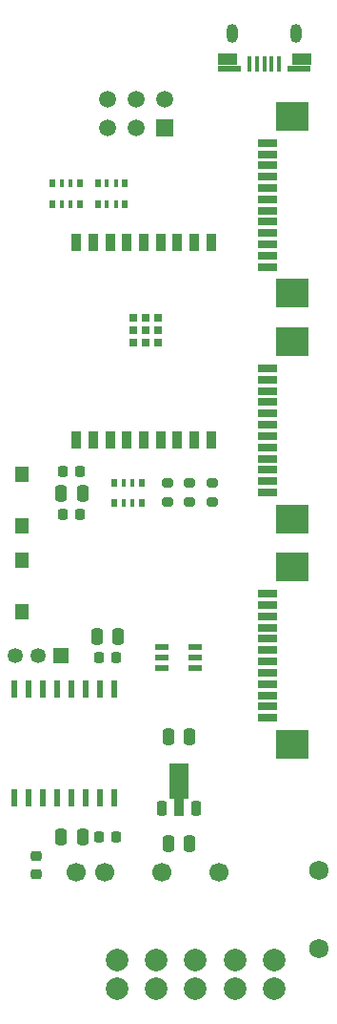
<source format=gbr>
%TF.GenerationSoftware,KiCad,Pcbnew,9.0.2*%
%TF.CreationDate,2025-05-29T14:15:01+03:00*%
%TF.ProjectId,PM-MCU_ESP32-C3,504d2d4d-4355-45f4-9553-5033322d4333,rev?*%
%TF.SameCoordinates,Original*%
%TF.FileFunction,Soldermask,Top*%
%TF.FilePolarity,Negative*%
%FSLAX46Y46*%
G04 Gerber Fmt 4.6, Leading zero omitted, Abs format (unit mm)*
G04 Created by KiCad (PCBNEW 9.0.2) date 2025-05-29 14:15:01*
%MOMM*%
%LPD*%
G01*
G04 APERTURE LIST*
G04 Aperture macros list*
%AMRoundRect*
0 Rectangle with rounded corners*
0 $1 Rounding radius*
0 $2 $3 $4 $5 $6 $7 $8 $9 X,Y pos of 4 corners*
0 Add a 4 corners polygon primitive as box body*
4,1,4,$2,$3,$4,$5,$6,$7,$8,$9,$2,$3,0*
0 Add four circle primitives for the rounded corners*
1,1,$1+$1,$2,$3*
1,1,$1+$1,$4,$5*
1,1,$1+$1,$6,$7*
1,1,$1+$1,$8,$9*
0 Add four rect primitives between the rounded corners*
20,1,$1+$1,$2,$3,$4,$5,0*
20,1,$1+$1,$4,$5,$6,$7,0*
20,1,$1+$1,$6,$7,$8,$9,0*
20,1,$1+$1,$8,$9,$2,$3,0*%
%AMFreePoly0*
4,1,9,3.862500,-0.866500,0.737500,-0.866500,0.737500,-0.450000,-0.737500,-0.450000,-0.737500,0.450000,0.737500,0.450000,0.737500,0.866500,3.862500,0.866500,3.862500,-0.866500,3.862500,-0.866500,$1*%
G04 Aperture macros list end*
%ADD10R,1.350000X1.350000*%
%ADD11C,1.350000*%
%ADD12R,0.711200X0.711200*%
%ADD13R,0.889000X1.498600*%
%ADD14R,0.500000X0.800000*%
%ADD15R,0.400000X0.800000*%
%ADD16RoundRect,0.200000X0.275000X-0.200000X0.275000X0.200000X-0.275000X0.200000X-0.275000X-0.200000X0*%
%ADD17R,1.803400X0.635000*%
%ADD18R,2.997200X2.590800*%
%ADD19R,1.244600X1.346200*%
%ADD20RoundRect,0.225000X0.225000X0.250000X-0.225000X0.250000X-0.225000X-0.250000X0.225000X-0.250000X0*%
%ADD21RoundRect,0.225000X0.225000X-0.425000X0.225000X0.425000X-0.225000X0.425000X-0.225000X-0.425000X0*%
%ADD22FreePoly0,90.000000*%
%ADD23R,0.406400X1.350000*%
%ADD24R,1.679095X1.075150*%
%ADD25R,2.108196X0.525058*%
%ADD26O,1.000000X1.700000*%
%ADD27RoundRect,0.250000X0.250000X0.475000X-0.250000X0.475000X-0.250000X-0.475000X0.250000X-0.475000X0*%
%ADD28R,0.482600X1.549400*%
%ADD29C,2.000000*%
%ADD30R,1.181100X0.558800*%
%ADD31RoundRect,0.225000X-0.225000X-0.250000X0.225000X-0.250000X0.225000X0.250000X-0.225000X0.250000X0*%
%ADD32C,1.725000*%
%ADD33C,1.700000*%
%ADD34RoundRect,0.225000X0.250000X-0.225000X0.250000X0.225000X-0.250000X0.225000X-0.250000X-0.225000X0*%
%ADD35R,1.500000X1.500000*%
%ADD36C,1.500000*%
G04 APERTURE END LIST*
D10*
%TO.C,J7*%
X6000000Y-10000000D03*
D11*
X4000000Y-10000000D03*
X2000000Y-10000000D03*
%TD*%
D12*
%TO.C,U1*%
X14690000Y19980000D03*
X13590000Y19980000D03*
X12490000Y19980000D03*
X14690000Y18880000D03*
X13590000Y18880000D03*
X12490000Y18880000D03*
X14690000Y17780000D03*
X13590000Y17780000D03*
X12490000Y17780000D03*
D13*
X7389999Y26670000D03*
X8889999Y26670000D03*
X10389998Y26670000D03*
X11890000Y26670000D03*
X13390000Y26670000D03*
X14890000Y26670000D03*
X16389999Y26670000D03*
X17889999Y26670000D03*
X19389998Y26670000D03*
X19390001Y9170000D03*
X17890001Y9170000D03*
X16390002Y9170000D03*
X14890000Y9170000D03*
X13390000Y9170000D03*
X11890000Y9170000D03*
X10390001Y9170000D03*
X8890001Y9170000D03*
X7390002Y9170000D03*
%TD*%
D14*
%TO.C,RN2*%
X10800000Y5345000D03*
D15*
X11600000Y5345000D03*
X12400000Y5345000D03*
D14*
X13200000Y5345000D03*
X13200000Y3545000D03*
D15*
X12400000Y3545000D03*
X11600000Y3545000D03*
D14*
X10800000Y3545000D03*
%TD*%
D16*
%TO.C,R3*%
X17500000Y5325000D03*
X17500000Y3675000D03*
%TD*%
%TO.C,R1*%
X19500000Y5325000D03*
X19500000Y3675000D03*
%TD*%
D14*
%TO.C,RN3*%
X7700000Y31900000D03*
D15*
X6900000Y31900000D03*
X6100000Y31900000D03*
D14*
X5300000Y31900000D03*
X5300000Y30100000D03*
D15*
X6100000Y30100000D03*
X6900000Y30100000D03*
D14*
X7700000Y30100000D03*
%TD*%
D17*
%TO.C,J2*%
X24444000Y4500008D03*
X24444000Y5500006D03*
X24444000Y6500004D03*
X24444000Y7500002D03*
X24444000Y8500000D03*
X24444000Y9500000D03*
X24444000Y10500000D03*
X24444000Y11500000D03*
X24444000Y12499998D03*
X24444000Y13499996D03*
X24444000Y14499994D03*
X24444000Y15499992D03*
D18*
X26614001Y2149997D03*
X26614001Y17850003D03*
%TD*%
D19*
%TO.C,SW2*%
X2540000Y6096000D03*
X2540000Y1524000D03*
%TD*%
D20*
%TO.C,C8*%
X10935000Y-10160000D03*
X9385000Y-10160000D03*
%TD*%
%TO.C,C1*%
X7760000Y2540000D03*
X6210000Y2540000D03*
%TD*%
D21*
%TO.C,U2*%
X15010000Y-23540000D03*
D22*
X16510000Y-23452500D03*
D21*
X18010000Y-23540000D03*
%TD*%
D23*
%TO.C,J1*%
X25430000Y42527092D03*
X24780014Y42527092D03*
X24130028Y42527092D03*
X23480042Y42527092D03*
D24*
X27444579Y42914733D03*
D25*
X27230029Y42114629D03*
D26*
X26955029Y45202208D03*
D23*
X22830056Y42527092D03*
D26*
X21305027Y45202208D03*
D25*
X21030031Y42114621D03*
D24*
X20815481Y42914725D03*
%TD*%
D20*
%TO.C,C5*%
X7760000Y6350000D03*
X6210000Y6350000D03*
%TD*%
D27*
%TO.C,C10*%
X17460000Y-26670000D03*
X15560000Y-26670000D03*
%TD*%
D28*
%TO.C,U6*%
X10795000Y-12954000D03*
X9525000Y-12954000D03*
X8255000Y-12954000D03*
X6985000Y-12954000D03*
X5715000Y-12954000D03*
X4445000Y-12954000D03*
X3175000Y-12954000D03*
X1905000Y-12954000D03*
X1905000Y-22606000D03*
X3175000Y-22606000D03*
X4445000Y-22606000D03*
X5715000Y-22606000D03*
X6985000Y-22606000D03*
X8255000Y-22606000D03*
X9525000Y-22606000D03*
X10795000Y-22606000D03*
%TD*%
D17*
%TO.C,J4*%
X24444000Y-15499992D03*
X24444000Y-14499994D03*
X24444000Y-13499996D03*
X24444000Y-12499998D03*
X24444000Y-11500000D03*
X24444000Y-10500000D03*
X24444000Y-9500000D03*
X24444000Y-8500000D03*
X24444000Y-7500002D03*
X24444000Y-6500004D03*
X24444000Y-5500006D03*
X24444000Y-4500008D03*
D18*
X26614001Y-17850003D03*
X26614001Y-2149997D03*
%TD*%
D29*
%TO.C,J6*%
X11000000Y-37000000D03*
X14500000Y-37000000D03*
X18000000Y-37000000D03*
X21500000Y-37000000D03*
X25000000Y-37000000D03*
X11000000Y-39500000D03*
X14500000Y-39500000D03*
X18000000Y-39500000D03*
X21500000Y-39500000D03*
X25000000Y-39500000D03*
%TD*%
D27*
%TO.C,C3*%
X7935000Y-26035000D03*
X6035000Y-26035000D03*
%TD*%
D30*
%TO.C,U5*%
X15043150Y-9209999D03*
X15043150Y-10160000D03*
X15043150Y-11110001D03*
X17976850Y-11110001D03*
X17976850Y-10160000D03*
X17976850Y-9209999D03*
%TD*%
D31*
%TO.C,C9*%
X9385000Y-26035000D03*
X10935000Y-26035000D03*
%TD*%
D27*
%TO.C,C6*%
X11110000Y-8255000D03*
X9210000Y-8255000D03*
%TD*%
D32*
%TO.C,U4*%
X29000000Y-36000000D03*
%TD*%
D27*
%TO.C,C4*%
X17460000Y-17145000D03*
X15560000Y-17145000D03*
%TD*%
%TO.C,C2*%
X7935000Y4445000D03*
X6035000Y4445000D03*
%TD*%
D19*
%TO.C,SW1*%
X2540000Y-6096000D03*
X2540000Y-1524000D03*
%TD*%
D33*
%TO.C,PS1*%
X7416800Y-29210000D03*
X9956800Y-29210000D03*
X15036800Y-29210000D03*
X20116800Y-29210000D03*
%TD*%
D16*
%TO.C,R5*%
X15500000Y3675000D03*
X15500000Y5325000D03*
%TD*%
D14*
%TO.C,RN1*%
X11700000Y31900000D03*
D15*
X10900000Y31900000D03*
X10100000Y31900000D03*
D14*
X9300000Y31900000D03*
X9300000Y30100000D03*
D15*
X10100000Y30100000D03*
X10900000Y30100000D03*
D14*
X11700000Y30100000D03*
%TD*%
D34*
%TO.C,C7*%
X3810000Y-29350000D03*
X3810000Y-27800000D03*
%TD*%
D32*
%TO.C,U3*%
X29000000Y-29000000D03*
%TD*%
D35*
%TO.C,SW4*%
X15240000Y36830000D03*
D36*
X12700000Y36830000D03*
X10160000Y36830000D03*
X10160000Y39370000D03*
X12700000Y39370000D03*
X15240000Y39370000D03*
%TD*%
D17*
%TO.C,J3*%
X24444000Y24500008D03*
X24444000Y25500006D03*
X24444000Y26500004D03*
X24444000Y27500002D03*
X24444000Y28500000D03*
X24444000Y29500000D03*
X24444000Y30500000D03*
X24444000Y31500000D03*
X24444000Y32499998D03*
X24444000Y33499996D03*
X24444000Y34499994D03*
X24444000Y35499992D03*
D18*
X26614001Y22149997D03*
X26614001Y37850003D03*
%TD*%
M02*

</source>
